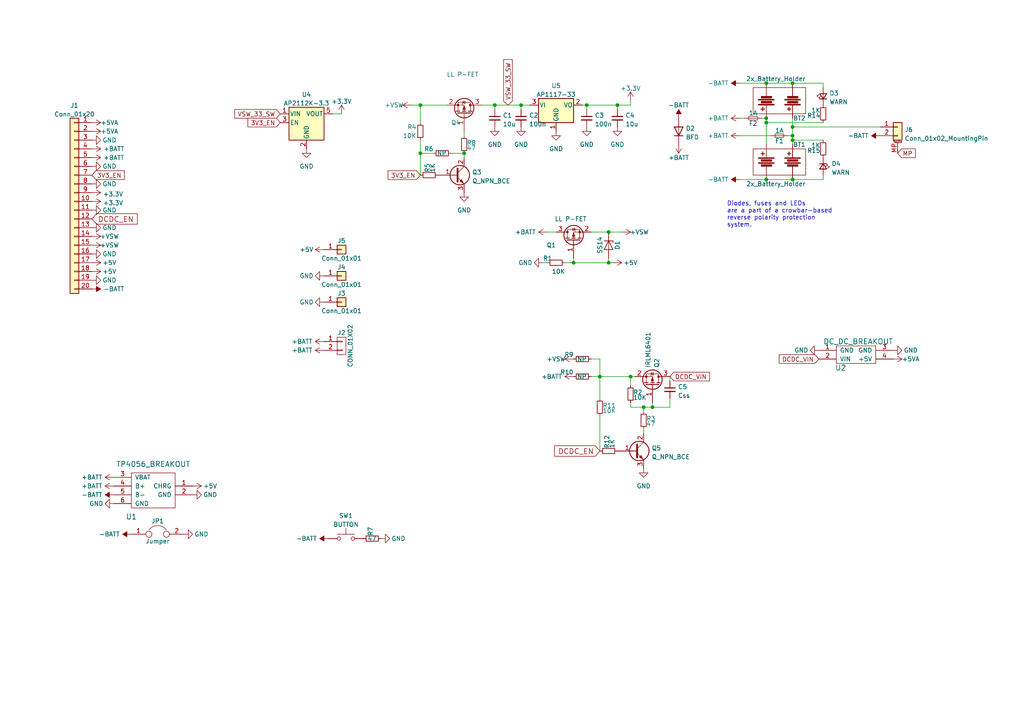
<source format=kicad_sch>
(kicad_sch (version 20211123) (generator eeschema)
  (paper "A4")
  (lib_symbols
    (symbol "18650_pcb-rescue:+5V" (power) (pin_names (offset 0))
      (property "Value" "+5V" (at 0 3.556 0))
      (symbol "+5V_0_1"
        (polyline (pts (xy -0.762 1.27) (xy 0 2.54)))
        (polyline (pts (xy 0 0) (xy 0 2.54)))
        (polyline (pts (xy 0 2.54) (xy 0.762 1.27)))
      )
      (symbol "+5V_1_1"
        (pin power_in line (at 0 0 90) (length 0) hide (name "+5V") (number "1"))
      )
    )
    (symbol "18650_pcb-rescue:+5VA" (power) (pin_names (offset 0))
      (property "Value" "+5VA" (at 0 3.556 0))
      (symbol "+5VA_0_1"
        (polyline (pts (xy -0.762 1.27) (xy 0 2.54)))
        (polyline (pts (xy 0 0) (xy 0 2.54)))
        (polyline (pts (xy 0 2.54) (xy 0.762 1.27)))
      )
      (symbol "+5VA_1_1"
        (pin power_in line (at 0 0 90) (length 0) hide (name "+5VA") (number "1"))
      )
    )
    (symbol "18650_pcb-rescue:+BATT" (power) (pin_names (offset 0))
      (property "Value" "+BATT" (at 0 3.556 0))
      (symbol "+BATT_0_1"
        (polyline (pts (xy -0.762 1.27) (xy 0 2.54)))
        (polyline (pts (xy 0 0) (xy 0 2.54)))
        (polyline (pts (xy 0 2.54) (xy 0.762 1.27)))
      )
      (symbol "+BATT_1_1"
        (pin power_in line (at 0 0 90) (length 0) hide (name "+BATT") (number "1"))
      )
    )
    (symbol "18650_pcb-rescue:+VSW" (power) (pin_names (offset 0))
      (property "Value" "+VSW" (at 0 3.556 0))
      (symbol "+VSW_0_1"
        (polyline (pts (xy -0.762 1.27) (xy 0 2.54)))
        (polyline (pts (xy 0 0) (xy 0 2.54)))
        (polyline (pts (xy 0 2.54) (xy 0.762 1.27)))
      )
      (symbol "+VSW_1_1"
        (pin power_in line (at 0 0 90) (length 0) hide (name "+VSW") (number "1"))
      )
    )
    (symbol "18650_pcb-rescue:-BATT" (power) (pin_names (offset 0))
      (property "Value" "-BATT" (at 0 3.556 0))
      (symbol "-BATT_0_1"
        (polyline (pts (xy 0 0) (xy 0 2.54)))
        (polyline (pts (xy 0.762 1.27) (xy -0.762 1.27) (xy 0 2.54) (xy 0.762 1.27)) (fill (type outline)))
      )
      (symbol "-BATT_1_1"
        (pin power_in line (at 0 0 90) (length 0) hide (name "-BATT") (number "1"))
      )
    )
    (symbol "18650_pcb-rescue:2X_Battery_Holder" (pin_numbers hide) (pin_names (offset 0))
      (property "Reference" "BT" (at -8.89 6.35 0))
      (property "Value" "2X_Battery_Holder" (at -7.62 -7.62 0))
      (symbol "2X_Battery_Holder_0_1"
        (rectangle (start -7.62 3.81) (end 7.62 -3.81))
        (rectangle (start -6.096 -0.1778) (end -1.524 -0.4318) (fill (type outline)))
        (rectangle (start -6.096 1.27) (end -1.524 1.016) (fill (type outline)))
        (rectangle (start -5.3848 -0.762) (end -2.3368 -1.27) (fill (type outline)))
        (rectangle (start -5.3848 0.6858) (end -2.3368 0.1778) (fill (type outline)))
        (polyline (pts (xy -3.302 2.413) (xy -2.286 2.413)) (stroke (width 0.254)))
        (polyline (pts (xy -2.794 2.921) (xy -2.794 1.905)) (stroke (width 0.254)))
        (polyline (pts (xy 4.318 2.413) (xy 5.334 2.413)) (stroke (width 0.254)))
        (polyline (pts (xy 4.826 2.921) (xy 4.826 1.905)) (stroke (width 0.254)))
        (rectangle (start 1.524 -0.1778) (end 6.096 -0.4318) (fill (type outline)))
        (rectangle (start 1.524 1.27) (end 6.096 1.016) (fill (type outline)))
        (rectangle (start 2.2352 -0.762) (end 5.2832 -1.27) (fill (type outline)))
        (rectangle (start 2.2352 0.6858) (end 5.2832 0.1778) (fill (type outline)))
      )
      (symbol "2X_Battery_Holder_1_1"
        (pin passive line (at -3.81 5.08 270) (length 3.81) (name "~") (number "1"))
        (pin passive line (at 3.81 5.08 270) (length 3.81) (name "~") (number "2"))
        (pin passive line (at -3.81 -5.08 90) (length 3.81) (name "~") (number "3"))
        (pin passive line (at 3.81 -5.08 90) (length 3.81) (name "~") (number "4"))
      )
    )
    (symbol "18650_pcb-rescue:CONN_01X02" (pin_names (offset 1.016) hide)
      (property "Reference" "J" (at 0 3.81 0))
      (property "Value" "CONN_01X02" (at 2.54 0 90))
      (symbol "CONN_01X02_0_1"
        (rectangle (start -1.27 -1.143) (end 0.254 -1.397))
        (rectangle (start -1.27 1.397) (end 0.254 1.143))
        (rectangle (start -1.27 2.54) (end 1.27 -2.54))
      )
      (symbol "CONN_01X02_1_1"
        (pin passive line (at -5.08 1.27 0) (length 3.81) (name "P1") (number "1"))
        (pin passive line (at -5.08 -1.27 0) (length 3.81) (name "P2") (number "2"))
      )
    )
    (symbol "18650_pcb-rescue:Conn_01x01" (pin_names (offset 1.016) hide)
      (property "Reference" "J" (at 0 2.54 0))
      (property "Value" "Conn_01x01" (at 0 -2.54 0))
      (symbol "Conn_01x01_1_1"
        (rectangle (start -1.27 0.127) (end 0 -0.127) (stroke (width 0.1524)))
        (rectangle (start -1.27 1.27) (end 1.27 -1.27) (stroke (width 0.254)) (fill (type background)))
        (pin passive line (at -5.08 0 0) (length 3.81) (name "Pin_1") (number "1"))
      )
    )
    (symbol "18650_pcb-rescue:DC_DC_BREAKOUT" (pin_names (offset 1.016))
      (property "Reference" "U" (at -3.81 -3.81 0))
      (property "Value" "DC_DC_BREAKOUT" (at 1.27 3.81 0))
      (symbol "DC_DC_BREAKOUT_0_1"
        (rectangle (start -5.08 2.54) (end 6.35 -2.54))
      )
      (symbol "DC_DC_BREAKOUT_1_1"
        (pin input line (at -10.16 1.27 0) (length 5.08) (name "GND") (number "1"))
        (pin input line (at -10.16 -1.27 0) (length 5.08) (name "VIN") (number "2"))
        (pin input line (at 11.43 1.27 180) (length 5.08) (name "GND") (number "3"))
        (pin input line (at 11.43 -1.27 180) (length 5.08) (name "+5V") (number "4"))
      )
    )
    (symbol "18650_pcb-rescue:D_Zener" (pin_numbers hide) (pin_names (offset 1.016) hide)
      (property "Reference" "D" (at 0 2.54 0))
      (property "Value" "D_Zener" (at 0 -2.54 0))
      (symbol "D_Zener_0_1"
        (polyline (pts (xy 1.27 0) (xy -1.27 0)))
        (polyline (pts (xy -1.27 -1.27) (xy -1.27 1.27) (xy -0.762 1.27)) (stroke (width 0.2032)))
        (polyline (pts (xy 1.27 -1.27) (xy 1.27 1.27) (xy -1.27 0) (xy 1.27 -1.27)) (stroke (width 0.2032)))
      )
      (symbol "D_Zener_1_1"
        (pin passive line (at -3.81 0 0) (length 2.54) (name "K") (number "1"))
        (pin passive line (at 3.81 0 180) (length 2.54) (name "A") (number "2"))
      )
    )
    (symbol "18650_pcb-rescue:Fuse_Small" (pin_numbers hide) (pin_names (offset 0.254) hide)
      (property "Reference" "F" (at 0 -1.524 0))
      (property "Value" "Fuse_Small" (at 0 1.524 0))
      (symbol "Fuse_Small_0_1"
        (rectangle (start -1.27 0.508) (end 1.27 -0.508))
        (polyline (pts (xy -1.27 0) (xy 1.27 0)))
      )
      (symbol "Fuse_Small_1_1"
        (pin passive line (at -2.54 0 0) (length 1.27) (name "~") (number "1"))
        (pin passive line (at 2.54 0 180) (length 1.27) (name "~") (number "2"))
      )
    )
    (symbol "18650_pcb-rescue:GND" (power) (pin_names (offset 0))
      (property "Value" "GND" (at 0 -3.81 0))
      (symbol "GND_0_1"
        (polyline (pts (xy 0 0) (xy 0 -1.27) (xy 1.27 -1.27) (xy 0 -2.54) (xy -1.27 -1.27) (xy 0 -1.27)))
      )
      (symbol "GND_1_1"
        (pin power_in line (at 0 0 270) (length 0) hide (name "GND") (number "1"))
      )
    )
    (symbol "18650_pcb-rescue:Jumper" (pin_names (offset 0.762) hide)
      (property "Reference" "JP" (at 0 3.81 0))
      (property "Value" "Jumper" (at 0 -2.032 0))
      (symbol "Jumper_0_1"
        (circle (center -2.54 0) (radius 0.889))
        (arc (start 2.5146 1.27) (mid 0.0078 2.5097) (end -2.4892 1.27))
        (circle (center 2.54 0) (radius 0.889))
        (pin passive line (at -7.62 0 0) (length 4.191) (name "1") (number "1"))
        (pin passive line (at 7.62 0 180) (length 4.191) (name "2") (number "2"))
      )
    )
    (symbol "18650_pcb-rescue:Q_PMOS_GSD" (pin_names (offset 0) hide)
      (property "Reference" "Q" (at 5.08 1.27 0))
      (property "Value" "Q_PMOS_GSD" (at 5.08 -1.27 0))
      (symbol "Q_PMOS_GSD_0_1"
        (polyline (pts (xy 0.0508 0) (xy 0.254 0)))
        (polyline (pts (xy 0.762 -1.778) (xy 2.54 -1.778)))
        (polyline (pts (xy 0.762 -1.27) (xy 0.762 -2.286)) (stroke (width 0.254)))
        (polyline (pts (xy 0.762 0) (xy 2.54 0)))
        (polyline (pts (xy 0.762 0.508) (xy 0.762 -0.508)) (stroke (width 0.254)))
        (polyline (pts (xy 0.762 1.778) (xy 2.54 1.778)))
        (polyline (pts (xy 0.762 2.286) (xy 0.762 1.27)) (stroke (width 0.254)))
        (polyline (pts (xy 2.54 -1.778) (xy 2.54 -2.54)))
        (polyline (pts (xy 2.54 -1.778) (xy 2.54 0)))
        (polyline (pts (xy 2.54 2.54) (xy 2.54 1.778)))
        (polyline (pts (xy 0.254 1.905) (xy 0.254 -1.905) (xy 0.254 -1.905)) (stroke (width 0.254)))
        (polyline (pts (xy 2.286 0) (xy 1.27 -0.381) (xy 1.27 0.381) (xy 2.286 0)) (fill (type outline)))
        (polyline (pts (xy 2.54 -1.778) (xy 3.302 -1.778) (xy 3.302 1.778) (xy 2.54 1.778)))
        (polyline (pts (xy 2.794 -0.508) (xy 2.921 -0.381) (xy 3.683 -0.381) (xy 3.81 -0.254)))
        (polyline (pts (xy 3.302 -0.381) (xy 2.921 0.254) (xy 3.683 0.254) (xy 3.302 -0.381)))
        (circle (center 1.651 0) (radius 2.8194) (stroke (width 0.254)))
        (circle (center 2.54 -1.778) (radius 0.2794) (fill (type outline)))
        (circle (center 2.54 1.778) (radius 0.2794) (fill (type outline)))
      )
      (symbol "Q_PMOS_GSD_1_1"
        (pin input line (at -5.08 0 0) (length 5.08) (name "G") (number "1"))
        (pin passive line (at 2.54 -5.08 90) (length 2.54) (name "S") (number "2"))
        (pin passive line (at 2.54 5.08 270) (length 2.54) (name "D") (number "3"))
      )
    )
    (symbol "18650_pcb-rescue:R_Small" (pin_numbers hide) (pin_names (offset 0.254) hide)
      (property "Reference" "R" (at 0.762 0.508 0))
      (property "Value" "R_Small" (at 0.762 -1.016 0))
      (symbol "R_Small_0_1"
        (rectangle (start -0.762 1.778) (end 0.762 -1.778) (stroke (width 0.2032)))
      )
      (symbol "R_Small_1_1"
        (pin passive line (at 0 2.54 270) (length 0.762) (name "~") (number "1"))
        (pin passive line (at 0 -2.54 90) (length 0.762) (name "~") (number "2"))
      )
    )
    (symbol "18650_pcb-rescue:TP4056_BREAKOUT" (pin_names (offset 1.016))
      (property "Reference" "U" (at -2.54 -13.97 0))
      (property "Value" "TP4056_BREAKOUT" (at -1.27 16.51 0))
      (symbol "TP4056_BREAKOUT_0_1"
        (rectangle (start 6.35 5.08) (end -6.35 -5.08))
      )
      (symbol "TP4056_BREAKOUT_1_1"
        (pin input line (at 11.43 1.27 180) (length 5.08) (name "CHRG") (number "1"))
        (pin input line (at 11.43 -1.27 180) (length 5.08) (name "GND") (number "2"))
        (pin input line (at -11.43 3.81 0) (length 5.08) (name "VBAT") (number "3"))
        (pin input line (at -11.43 1.27 0) (length 5.08) (name "B+") (number "4"))
        (pin input line (at -11.43 -1.27 0) (length 5.08) (name "B-") (number "5"))
        (pin input line (at -11.43 -3.81 0) (length 5.08) (name "GND") (number "6"))
      )
    )
    (symbol "Connector_Generic:Conn_01x20" (pin_names (offset 1.016) hide)
      (property "Reference" "J" (at 0 25.4 0))
      (property "Value" "Conn_01x20" (at 0 -27.94 0))
      (symbol "Conn_01x20_1_1"
        (rectangle (start -1.27 -25.273) (end 0 -25.527) (stroke (width 0.1524)))
        (rectangle (start -1.27 -22.733) (end 0 -22.987) (stroke (width 0.1524)))
        (rectangle (start -1.27 -20.193) (end 0 -20.447) (stroke (width 0.1524)))
        (rectangle (start -1.27 -17.653) (end 0 -17.907) (stroke (width 0.1524)))
        (rectangle (start -1.27 -15.113) (end 0 -15.367) (stroke (width 0.1524)))
        (rectangle (start -1.27 -12.573) (end 0 -12.827) (stroke (width 0.1524)))
        (rectangle (start -1.27 -10.033) (end 0 -10.287) (stroke (width 0.1524)))
        (rectangle (start -1.27 -7.493) (end 0 -7.747) (stroke (width 0.1524)))
        (rectangle (start -1.27 -4.953) (end 0 -5.207) (stroke (width 0.1524)))
        (rectangle (start -1.27 -2.413) (end 0 -2.667) (stroke (width 0.1524)))
        (rectangle (start -1.27 0.127) (end 0 -0.127) (stroke (width 0.1524)))
        (rectangle (start -1.27 2.667) (end 0 2.413) (stroke (width 0.1524)))
        (rectangle (start -1.27 5.207) (end 0 4.953) (stroke (width 0.1524)))
        (rectangle (start -1.27 7.747) (end 0 7.493) (stroke (width 0.1524)))
        (rectangle (start -1.27 10.287) (end 0 10.033) (stroke (width 0.1524)))
        (rectangle (start -1.27 12.827) (end 0 12.573) (stroke (width 0.1524)))
        (rectangle (start -1.27 15.367) (end 0 15.113) (stroke (width 0.1524)))
        (rectangle (start -1.27 17.907) (end 0 17.653) (stroke (width 0.1524)))
        (rectangle (start -1.27 20.447) (end 0 20.193) (stroke (width 0.1524)))
        (rectangle (start -1.27 22.987) (end 0 22.733) (stroke (width 0.1524)))
        (rectangle (start -1.27 24.13) (end 1.27 -26.67) (stroke (width 0.254)) (fill (type background)))
        (pin passive line (at -5.08 22.86 0) (length 3.81) (name "Pin_1") (number "1"))
        (pin passive line (at -5.08 0 0) (length 3.81) (name "Pin_10") (number "10"))
        (pin passive line (at -5.08 -2.54 0) (length 3.81) (name "Pin_11") (number "11"))
        (pin passive line (at -5.08 -5.08 0) (length 3.81) (name "Pin_12") (number "12"))
        (pin passive line (at -5.08 -7.62 0) (length 3.81) (name "Pin_13") (number "13"))
        (pin passive line (at -5.08 -10.16 0) (length 3.81) (name "Pin_14") (number "14"))
        (pin passive line (at -5.08 -12.7 0) (length 3.81) (name "Pin_15") (number "15"))
        (pin passive line (at -5.08 -15.24 0) (length 3.81) (name "Pin_16") (number "16"))
        (pin passive line (at -5.08 -17.78 0) (length 3.81) (name "Pin_17") (number "17"))
        (pin passive line (at -5.08 -20.32 0) (length 3.81) (name "Pin_18") (number "18"))
        (pin passive line (at -5.08 -22.86 0) (length 3.81) (name "Pin_19") (number "19"))
        (pin passive line (at -5.08 20.32 0) (length 3.81) (name "Pin_2") (number "2"))
        (pin passive line (at -5.08 -25.4 0) (length 3.81) (name "Pin_20") (number "20"))
        (pin passive line (at -5.08 17.78 0) (length 3.81) (name "Pin_3") (number "3"))
        (pin passive line (at -5.08 15.24 0) (length 3.81) (name "Pin_4") (number "4"))
        (pin passive line (at -5.08 12.7 0) (length 3.81) (name "Pin_5") (number "5"))
        (pin passive line (at -5.08 10.16 0) (length 3.81) (name "Pin_6") (number "6"))
        (pin passive line (at -5.08 7.62 0) (length 3.81) (name "Pin_7") (number "7"))
        (pin passive line (at -5.08 5.08 0) (length 3.81) (name "Pin_8") (number "8"))
        (pin passive line (at -5.08 2.54 0) (length 3.81) (name "Pin_9") (number "9"))
      )
    )
    (symbol "Connector_Generic_MountingPin:Conn_01x02_MountingPin" (pin_names (offset 1.016) hide)
      (property "Reference" "J" (at 0 2.54 0))
      (property "Value" "Conn_01x02_MountingPin" (at 1.27 -5.08 0))
      (symbol "Conn_01x02_MountingPin_1_1"
        (rectangle (start -1.27 -2.413) (end 0 -2.667) (stroke (width 0.1524)))
        (rectangle (start -1.27 0.127) (end 0 -0.127) (stroke (width 0.1524)))
        (rectangle (start -1.27 1.27) (end 1.27 -3.81) (stroke (width 0.254)) (fill (type background)))
        (polyline (pts (xy -1.016 -4.572) (xy 1.016 -4.572)) (stroke (width 0.1524)))
        (text "Mounting" (at 0 -4.191 0) (effects (font (size 0.381 0.381))))
        (pin passive line (at -5.08 0 0) (length 3.81) (name "Pin_1") (number "1"))
        (pin passive line (at -5.08 -2.54 0) (length 3.81) (name "Pin_2") (number "2"))
        (pin passive line (at 0 -7.62 90) (length 3.048) (name "MountPin") (number "MP"))
      )
    )
    (symbol "Device:C_Small" (pin_numbers hide) (pin_names (offset 0.254) hide)
      (property "Reference" "C" (at 0.254 1.778 0))
      (property "Value" "C_Small" (at 0.254 -2.032 0))
      (symbol "C_Small_0_1"
        (polyline (pts (xy -1.524 -0.508) (xy 1.524 -0.508)) (stroke (width 0.3302)))
        (polyline (pts (xy -1.524 0.508) (xy 1.524 0.508)) (stroke (width 0.3048)))
      )
      (symbol "C_Small_1_1"
        (pin passive line (at 0 2.54 270) (length 2.032) (name "~") (number "1"))
        (pin passive line (at 0 -2.54 90) (length 2.032) (name "~") (number "2"))
      )
    )
    (symbol "Device:D" (pin_numbers hide) (pin_names (offset 1.016) hide)
      (property "Reference" "D" (at 0 2.54 0))
      (property "Value" "D" (at 0 -2.54 0))
      (symbol "D_0_1"
        (polyline (pts (xy -1.27 1.27) (xy -1.27 -1.27)) (stroke (width 0.254)))
        (polyline (pts (xy 1.27 0) (xy -1.27 0)))
        (polyline (pts (xy 1.27 1.27) (xy 1.27 -1.27) (xy -1.27 0) (xy 1.27 1.27)) (stroke (width 0.254)))
      )
      (symbol "D_1_1"
        (pin passive line (at -3.81 0 0) (length 2.54) (name "K") (number "1"))
        (pin passive line (at 3.81 0 180) (length 2.54) (name "A") (number "2"))
      )
    )
    (symbol "Device:LED_Small" (pin_numbers hide) (pin_names (offset 0.254) hide)
      (property "Reference" "D" (at -1.27 3.175 0))
      (property "Value" "LED_Small" (at -4.445 -2.54 0))
      (symbol "LED_Small_0_1"
        (polyline (pts (xy -0.762 -1.016) (xy -0.762 1.016)) (stroke (width 0.254)))
        (polyline (pts (xy 1.016 0) (xy -0.762 0)))
        (polyline (pts (xy 0.762 -1.016) (xy -0.762 0) (xy 0.762 1.016) (xy 0.762 -1.016)) (stroke (width 0.254)))
        (polyline (pts (xy 0 0.762) (xy -0.508 1.27) (xy -0.254 1.27) (xy -0.508 1.27) (xy -0.508 1.016)))
        (polyline (pts (xy 0.508 1.27) (xy 0 1.778) (xy 0.254 1.778) (xy 0 1.778) (xy 0 1.524)))
      )
      (symbol "LED_Small_1_1"
        (pin passive line (at -2.54 0 0) (length 1.778) (name "K") (number "1"))
        (pin passive line (at 2.54 0 180) (length 1.778) (name "A") (number "2"))
      )
    )
    (symbol "Device:Q_NPN_BCE" (pin_names (offset 0) hide)
      (property "Reference" "Q" (at 5.08 1.27 0))
      (property "Value" "Q_NPN_BCE" (at 5.08 -1.27 0))
      (symbol "Q_NPN_BCE_0_1"
        (polyline (pts (xy 0.635 0.635) (xy 2.54 2.54)))
        (polyline (pts (xy 0.635 -0.635) (xy 2.54 -2.54) (xy 2.54 -2.54)))
        (polyline (pts (xy 0.635 1.905) (xy 0.635 -1.905) (xy 0.635 -1.905)) (stroke (width 0.508)))
        (polyline (pts (xy 1.27 -1.778) (xy 1.778 -1.27) (xy 2.286 -2.286) (xy 1.27 -1.778) (xy 1.27 -1.778)) (fill (type outline)))
        (circle (center 1.27 0) (radius 2.8194) (stroke (width 0.254)))
      )
      (symbol "Q_NPN_BCE_1_1"
        (pin input line (at -5.08 0 0) (length 5.715) (name "B") (number "1"))
        (pin passive line (at 2.54 5.08 270) (length 2.54) (name "C") (number "2"))
        (pin passive line (at 2.54 -5.08 90) (length 2.54) (name "E") (number "3"))
      )
    )
    (symbol "Regulator_Linear:AP1117-33" (pin_names (offset 0.254))
      (property "Reference" "U" (at -3.81 3.175 0))
      (property "Value" "AP1117-33" (at 0 3.175 0))
      (symbol "AP1117-33_0_1"
        (rectangle (start -5.08 -5.08) (end 5.08 1.905) (stroke (width 0.254)) (fill (type background)))
      )
      (symbol "AP1117-33_1_1"
        (pin power_in line (at 0 -7.62 90) (length 2.54) (name "GND") (number "1"))
        (pin power_out line (at 7.62 0 180) (length 2.54) (name "VO") (number "2"))
        (pin power_in line (at -7.62 0 0) (length 2.54) (name "VI") (number "3"))
      )
    )
    (symbol "Regulator_Linear:AP2112K-3.3" (pin_names (offset 0.254))
      (property "Reference" "U" (at -5.08 5.715 0))
      (property "Value" "AP2112K-3.3" (at 0 5.715 0))
      (symbol "AP2112K-3.3_0_1"
        (rectangle (start -5.08 4.445) (end 5.08 -5.08) (stroke (width 0.254)) (fill (type background)))
      )
      (symbol "AP2112K-3.3_1_1"
        (pin power_in line (at -7.62 2.54 0) (length 2.54) (name "VIN") (number "1"))
        (pin power_in line (at 0 -7.62 90) (length 2.54) (name "GND") (number "2"))
        (pin input line (at -7.62 0 0) (length 2.54) (name "EN") (number "3"))
        (pin no_connect line (at 5.08 0 180) (length 2.54) hide (name "NC") (number "4"))
        (pin power_out line (at 7.62 2.54 180) (length 2.54) (name "VOUT") (number "5"))
      )
    )
    (symbol "Switch:SW_Push" (pin_numbers hide) (pin_names (offset 1.016) hide)
      (property "Reference" "SW" (at 1.27 2.54 0))
      (property "Value" "SW_Push" (at 0 -1.524 0))
      (symbol "SW_Push_0_1"
        (circle (center -2.032 0) (radius 0.508))
        (polyline (pts (xy 0 1.27) (xy 0 3.048)))
        (polyline (pts (xy 2.54 1.27) (xy -2.54 1.27)))
        (circle (center 2.032 0) (radius 0.508))
        (pin passive line (at -5.08 0 0) (length 2.54) (name "1") (number "1"))
        (pin passive line (at 5.08 0 180) (length 2.54) (name "2") (number "2"))
      )
    )
    (symbol "power:+3.3V" (power) (pin_names (offset 0))
      (property "Value" "+3.3V" (at 0 3.556 0))
      (symbol "+3.3V_0_1"
        (polyline (pts (xy -0.762 1.27) (xy 0 2.54)))
        (polyline (pts (xy 0 0) (xy 0 2.54)))
        (polyline (pts (xy 0 2.54) (xy 0.762 1.27)))
      )
      (symbol "+3.3V_1_1"
        (pin power_in line (at 0 0 90) (length 0) hide (name "+3.3V") (number "1"))
      )
    )
  )
  (junction (at 229.87 40.64))
  (junction (at 179.07 30.48))
  (junction (at 170.18 30.48))
  (junction (at 229.87 24.13))
  (junction (at 186.69 118.11))
  (junction (at 176.53 67.31))
  (junction (at 222.25 52.07))
  (junction (at 121.92 44.45))
  (junction (at 222.25 24.13))
  (junction (at 151.13 30.48))
  (junction (at 173.99 109.22))
  (junction (at 229.87 39.37))
  (junction (at 189.23 118.11))
  (junction (at 222.25 35.56))
  (junction (at 134.62 44.45))
  (junction (at 143.51 30.48))
  (junction (at 176.53 76.2))
  (junction (at 182.88 109.22))
  (junction (at 166.37 76.2))
  (junction (at 222.25 34.29))
  (junction (at 229.87 36.83))
  (junction (at 121.92 30.48))
  (junction (at 229.87 52.07))
  (wire (pts (xy 134.62 39.37) (xy 134.62 38.1)))
  (wire (pts (xy 143.51 30.48) (xy 143.51 31.75)))
  (wire (pts (xy 182.88 118.11) (xy 186.69 118.11)))
  (wire (pts (xy 166.37 76.2) (xy 176.53 76.2)))
  (wire (pts (xy 163.83 76.2) (xy 166.37 76.2)))
  (wire (pts (xy 229.87 40.64) (xy 229.87 41.91)))
  (wire (pts (xy 194.31 109.22) (xy 194.31 110.49)))
  (wire (pts (xy 222.25 52.07) (xy 229.87 52.07)))
  (wire (pts (xy 153.67 30.48) (xy 151.13 30.48)))
  (wire (pts (xy 189.23 118.11) (xy 189.23 116.84)))
  (wire (pts (xy 238.76 52.07) (xy 238.76 50.8)))
  (wire (pts (xy 229.87 52.07) (xy 238.76 52.07)))
  (wire (pts (xy 186.69 125.73) (xy 186.69 124.46)))
  (wire (pts (xy 170.18 30.48) (xy 170.18 31.75)))
  (wire (pts (xy 229.87 39.37) (xy 229.87 40.64)))
  (wire (pts (xy 229.87 24.13) (xy 222.25 24.13)))
  (wire (pts (xy 214.63 39.37) (xy 223.52 39.37)))
  (wire (pts (xy 176.53 67.31) (xy 180.34 67.31)))
  (wire (pts (xy 158.75 67.31) (xy 161.29 67.31)))
  (wire (pts (xy 194.31 118.11) (xy 194.31 115.57)))
  (wire (pts (xy 228.6 39.37) (xy 229.87 39.37)))
  (wire (pts (xy 229.87 24.13) (xy 238.76 24.13)))
  (wire (pts (xy 139.7 30.48) (xy 143.51 30.48)))
  (wire (pts (xy 186.69 119.38) (xy 186.69 118.11)))
  (wire (pts (xy 176.53 76.2) (xy 176.53 74.93)))
  (wire (pts (xy 182.88 109.22) (xy 182.88 111.76)))
  (wire (pts (xy 176.53 76.2) (xy 177.8 76.2)))
  (wire (pts (xy 214.63 24.13) (xy 222.25 24.13)))
  (wire (pts (xy 222.25 35.56) (xy 238.76 35.56)))
  (wire (pts (xy 189.23 118.11) (xy 194.31 118.11)))
  (wire (pts (xy 166.37 74.93) (xy 166.37 76.2)))
  (wire (pts (xy 229.87 36.83) (xy 255.27 36.83)))
  (wire (pts (xy 121.92 44.45) (xy 121.92 50.8)))
  (wire (pts (xy 171.45 67.31) (xy 176.53 67.31)))
  (wire (pts (xy 229.87 40.64) (xy 238.76 40.64)))
  (wire (pts (xy 171.45 104.14) (xy 173.99 104.14)))
  (wire (pts (xy 229.87 34.29) (xy 229.87 36.83)))
  (wire (pts (xy 168.91 30.48) (xy 170.18 30.48)))
  (wire (pts (xy 151.13 30.48) (xy 151.13 31.75)))
  (wire (pts (xy 157.48 76.2) (xy 158.75 76.2)))
  (wire (pts (xy 179.07 30.48) (xy 182.88 30.48)))
  (wire (pts (xy 170.18 30.48) (xy 179.07 30.48)))
  (wire (pts (xy 121.92 30.48) (xy 121.92 35.56)))
  (wire (pts (xy 214.63 34.29) (xy 215.9 34.29)))
  (wire (pts (xy 130.81 44.45) (xy 134.62 44.45)))
  (wire (pts (xy 173.99 120.65) (xy 173.99 130.81)))
  (wire (pts (xy 214.63 52.07) (xy 222.25 52.07)))
  (wire (pts (xy 186.69 118.11) (xy 189.23 118.11)))
  (wire (pts (xy 119.38 30.48) (xy 121.92 30.48)))
  (wire (pts (xy 238.76 24.13) (xy 238.76 25.4)))
  (wire (pts (xy 125.73 44.45) (xy 121.92 44.45)))
  (wire (pts (xy 222.25 35.56) (xy 222.25 41.91)))
  (wire (pts (xy 121.92 30.48) (xy 129.54 30.48)))
  (wire (pts (xy 173.99 109.22) (xy 182.88 109.22)))
  (wire (pts (xy 171.45 109.22) (xy 173.99 109.22)))
  (wire (pts (xy 182.88 116.84) (xy 182.88 118.11)))
  (wire (pts (xy 229.87 36.83) (xy 229.87 39.37)))
  (wire (pts (xy 220.98 34.29) (xy 222.25 34.29)))
  (wire (pts (xy 151.13 30.48) (xy 143.51 30.48)))
  (wire (pts (xy 134.62 45.72) (xy 134.62 44.45)))
  (wire (pts (xy 121.92 40.64) (xy 121.92 44.45)))
  (wire (pts (xy 96.52 33.02) (xy 99.06 33.02)))
  (wire (pts (xy 182.88 30.48) (xy 182.88 29.21)))
  (wire (pts (xy 173.99 104.14) (xy 173.99 109.22)))
  (wire (pts (xy 173.99 109.22) (xy 173.99 115.57)))
  (wire (pts (xy 222.25 34.29) (xy 222.25 35.56)))
  (wire (pts (xy 184.15 109.22) (xy 182.88 109.22)))
  (wire (pts (xy 179.07 30.48) (xy 179.07 31.75)))
  (text "Diodes, fuses and LEDs\nare a part of a crowbar-based\nreverse polarity protection\nsystem." (at 210.82 66.04 0) (effects (font (size 1.27 1.27)) (justify left bottom)))
  (global_label "3V3_EN" (shape input) (at 81.28 35.56 180) (property "Intersheet References" "${INTERSHEET_REFS}" (effects hide)))
  (global_label "DCDC_VIN" (shape input) (at 237.49 104.14 180) (property "Intersheet References" "${INTERSHEET_REFS}" (effects hide)))
  (global_label "VSW_33_SW" (shape input) (at 81.28 33.02 180) (property "Intersheet References" "${INTERSHEET_REFS}" (effects hide)))
  (global_label "MP" (shape input) (at 260.35 44.45 0) (property "Intersheet References" "${INTERSHEET_REFS}" (effects hide)))
  (global_label "3V3_EN" (shape input) (at 26.67 50.8 0) (property "Intersheet References" "${INTERSHEET_REFS}" (effects hide)))
  (global_label "DCDC_EN" (shape input) (at 26.67 63.5 0) (effects (font (size 1.524 1.524))) (property "Intersheet References" "${INTERSHEET_REFS}" (effects hide)))
  (global_label "DCDC_VIN" (shape input) (at 194.31 109.22 0) (property "Intersheet References" "${INTERSHEET_REFS}" (effects hide)))
  (global_label "3V3_EN" (shape input) (at 121.92 50.8 180) (property "Intersheet References" "${INTERSHEET_REFS}" (effects hide)))
  (global_label "VSW_33_SW" (shape input) (at 147.32 30.48 90) (property "Intersheet References" "${INTERSHEET_REFS}" (effects hide)))
  (global_label "DCDC_EN" (shape input) (at 173.99 130.81 180) (effects (font (size 1.524 1.524))) (property "Intersheet References" "${INTERSHEET_REFS}" (effects hide)))
  (symbol (lib_id "18650_pcb-rescue:2X_Battery_Holder") (at 226.06 46.99 0) (mirror y) (unit 1)
    (property "Reference" "BT1" (at 233.68 41.91 0) (effects (justify left)))
    (property "Value" "2x_Battery_Holder" (at 233.68 53.34 0) (effects (justify left)))
    (property "Footprint" "footprints:KEYSTONE_1048" (effects hide))
  )
  (symbol (lib_id "18650_pcb-rescue:2X_Battery_Holder") (at 226.06 29.21 180) (unit 1)
    (property "Reference" "BT2" (at 233.68 34.29 0) (effects (justify left)))
    (property "Value" "2x_Battery_Holder" (at 233.68 22.86 0) (effects (justify left)))
    (property "Footprint" "footprints:BLM_18650_PC4" (effects hide))
  )
  (symbol (lib_id "18650_pcb-rescue:Fuse_Small") (at 226.06 39.37 0) (unit 1)
    (property "Reference" "F1" (at 226.06 40.894 0))
    (property "Value" "1A" (at 226.06 37.846 0))
    (property "Footprint" "Fuse:Fuse_2010_5025Metric_Pad1.52x2.65mm_HandSolder" (effects hide))
  )
  (symbol (lib_id "18650_pcb-rescue:DC_DC_BREAKOUT") (at 247.65 102.87 0) (unit 1)
    (property "Reference" "U2" (at 243.84 106.68 0) (effects (font (size 1.524 1.524))))
    (property "Value" "DC_DC_BREAKOUT" (at 248.92 99.06 0) (effects (font (size 1.524 1.524))))
    (property "Footprint" "footprints:DC-DC-BREAKOUT" (effects hide))
  )
  (symbol (lib_id "18650_pcb-rescue:Q_PMOS_GSD") (at 166.37 69.85 90) (unit 1)
    (property "Reference" "Q1" (at 161.29 71.12 90) (effects (justify left)))
    (property "Value" "LL P-FET" (at 170.18 63.5 90) (effects (justify left)))
    (property "Footprint" "Package_TO_SOT_SMD:SOT-23" (effects hide))
  )
  (symbol (lib_id "18650_pcb-rescue:D_Zener") (at 176.53 71.12 270) (unit 1)
    (property "Reference" "D1" (at 179.07 71.12 0))
    (property "Value" "SS14" (at 173.99 71.12 0))
    (property "Footprint" "Diode_SMD:D_SMA_Handsoldering" (effects hide))
  )
  (symbol (lib_id "18650_pcb-rescue:TP4056_BREAKOUT") (at 44.45 142.24 0) (unit 1)
    (property "Reference" "U1" (at 38.1 149.86 0) (effects (font (size 1.524 1.524))))
    (property "Value" "TP4056_BREAKOUT" (at 44.45 134.62 0) (effects (font (size 1.524 1.524))))
    (property "Footprint" "footprints:TP4056_BREAKOUT" (effects hide))
  )
  (symbol (lib_id "18650_pcb-rescue:+BATT") (at 33.02 138.43 90) (unit 1)
    (property "Reference" "#PWR01" (effects hide))
    (property "Value" "+BATT" (at 26.67 138.43 90))
  )
  (symbol (lib_id "18650_pcb-rescue:+BATT") (at 33.02 140.97 90) (unit 1)
    (property "Reference" "#PWR02" (effects hide))
    (property "Value" "+BATT" (at 26.67 140.97 90))
  )
  (symbol (lib_id "18650_pcb-rescue:+BATT") (at 158.75 67.31 90) (unit 1)
    (property "Reference" "#PWR03" (effects hide))
    (property "Value" "+BATT" (at 152.4 67.31 90))
  )
  (symbol (lib_id "18650_pcb-rescue:R_Small") (at 161.29 76.2 270) (unit 1)
    (property "Reference" "R1" (at 157.48 74.93 90) (effects (justify left)))
    (property "Value" "10K" (at 160.02 78.74 90) (effects (justify left)))
    (property "Footprint" "Resistor_SMD:R_0805_2012Metric" (effects hide))
  )
  (symbol (lib_id "18650_pcb-rescue:+5V") (at 177.8 76.2 270) (unit 1)
    (property "Reference" "#PWR04" (effects hide))
    (property "Value" "+5V" (at 182.88 76.2 90))
  )
  (symbol (lib_id "18650_pcb-rescue:+5V") (at 55.88 140.97 270) (unit 1)
    (property "Reference" "#PWR05" (effects hide))
    (property "Value" "+5V" (at 60.96 140.97 90))
  )
  (symbol (lib_id "18650_pcb-rescue:GND") (at 55.88 143.51 90) (unit 1)
    (property "Reference" "#PWR06" (effects hide))
    (property "Value" "GND" (at 60.96 143.51 90))
  )
  (symbol (lib_id "18650_pcb-rescue:GND") (at 33.02 146.05 270) (unit 1)
    (property "Reference" "#PWR07" (effects hide))
    (property "Value" "GND" (at 27.94 146.05 90))
  )
  (symbol (lib_id "18650_pcb-rescue:-BATT") (at 33.02 143.51 90) (unit 1)
    (property "Reference" "#PWR08" (effects hide))
    (property "Value" "-BATT" (at 26.67 143.51 90))
  )
  (symbol (lib_id "18650_pcb-rescue:-BATT") (at 214.63 52.07 90) (unit 1)
    (property "Reference" "#PWR09" (effects hide))
    (property "Value" "-BATT" (at 208.28 52.07 90))
  )
  (symbol (lib_id "18650_pcb-rescue:+BATT") (at 214.63 39.37 90) (unit 1)
    (property "Reference" "#PWR010" (effects hide))
    (property "Value" "+BATT" (at 208.28 39.37 90))
  )
  (symbol (lib_id "18650_pcb-rescue:Jumper") (at 45.72 154.94 0) (unit 1)
    (property "Reference" "JP1" (at 45.72 151.13 0))
    (property "Value" "Jumper" (at 45.72 156.972 0))
    (property "Footprint" "Connect:GS2" (effects hide))
  )
  (symbol (lib_id "18650_pcb-rescue:-BATT") (at 38.1 154.94 90) (unit 1)
    (property "Reference" "#PWR011" (effects hide))
    (property "Value" "-BATT" (at 31.75 154.94 90))
  )
  (symbol (lib_id "18650_pcb-rescue:GND") (at 53.34 154.94 90) (unit 1)
    (property "Reference" "#PWR012" (effects hide))
    (property "Value" "GND" (at 58.42 154.94 90))
  )
  (symbol (lib_id "18650_pcb-rescue:GND") (at 237.49 101.6 270) (unit 1)
    (property "Reference" "#PWR014" (effects hide))
    (property "Value" "GND" (at 232.41 101.6 90))
  )
  (symbol (lib_id "18650_pcb-rescue:GND") (at 259.08 101.6 90) (unit 1)
    (property "Reference" "#PWR015" (effects hide))
    (property "Value" "GND" (at 264.16 101.6 90))
  )
  (symbol (lib_id "18650_pcb-rescue:+5VA") (at 259.08 104.14 270) (unit 1)
    (property "Reference" "#PWR017" (effects hide))
    (property "Value" "+5VA" (at 264.16 104.14 90))
  )
  (symbol (lib_id "18650_pcb-rescue:+VSW") (at 180.34 67.31 270) (unit 1)
    (property "Reference" "#PWR019" (effects hide))
    (property "Value" "+VSW" (at 185.42 67.31 90))
  )
  (symbol (lib_id "18650_pcb-rescue:+BATT") (at 166.37 109.22 90) (unit 1)
    (property "Reference" "#PWR020" (effects hide))
    (property "Value" "+BATT" (at 160.02 109.22 90))
  )
  (symbol (lib_id "18650_pcb-rescue:Q_PMOS_GSD") (at 189.23 111.76 270) (mirror x) (unit 1)
    (property "Reference" "Q2" (at 190.5 106.68 0) (effects (justify left)))
    (property "Value" "IRLML6401" (at 187.96 106.68 0) (effects (justify left)))
    (property "Footprint" "Package_TO_SOT_SMD:SOT-23" (effects hide))
  )
  (symbol (lib_id "18650_pcb-rescue:R_Small") (at 182.88 114.3 0) (unit 1)
    (property "Reference" "R2" (at 183.642 113.792 0) (effects (justify left)))
    (property "Value" "10K" (at 183.642 115.316 0) (effects (justify left)))
    (property "Footprint" "Resistor_SMD:R_0805_2012Metric" (effects hide))
  )
  (symbol (lib_id "18650_pcb-rescue:R_Small") (at 186.69 121.92 0) (unit 1)
    (property "Reference" "R3" (at 187.452 121.412 0) (effects (justify left)))
    (property "Value" "47" (at 187.452 122.936 0) (effects (justify left)))
    (property "Footprint" "Resistor_SMD:R_0805_2012Metric" (effects hide))
  )
  (symbol (lib_id "18650_pcb-rescue:GND") (at 157.48 76.2 270) (unit 1)
    (property "Reference" "#PWR021" (effects hide))
    (property "Value" "GND" (at 152.4 76.2 90))
  )
  (symbol (lib_id "18650_pcb-rescue:CONN_01X02") (at 99.06 100.33 0) (unit 1)
    (property "Reference" "J2" (at 99.06 96.52 0))
    (property "Value" "CONN_01X02" (at 101.6 100.33 90))
    (property "Footprint" "Connector_PinHeader_2.54mm:PinHeader_1x02_P2.54mm_Vertical" (effects hide))
  )
  (symbol (lib_id "18650_pcb-rescue:+BATT") (at 93.98 99.06 90) (unit 1)
    (property "Reference" "#PWR037" (effects hide))
    (property "Value" "+BATT" (at 87.63 99.06 90))
  )
  (symbol (lib_id "18650_pcb-rescue:+BATT") (at 93.98 101.6 90) (unit 1)
    (property "Reference" "#PWR038" (effects hide))
    (property "Value" "+BATT" (at 87.63 101.6 90))
  )
  (symbol (lib_id "18650_pcb-rescue:Conn_01x01") (at 99.06 87.63 0) (unit 1)
    (property "Reference" "J3" (at 99.06 85.09 0))
    (property "Value" "Conn_01x01" (at 99.06 90.17 0))
    (property "Footprint" "Connector_PinHeader_2.54mm:PinHeader_1x01_P2.54mm_Vertical" (effects hide))
  )
  (symbol (lib_id "18650_pcb-rescue:GND") (at 93.98 87.63 270) (unit 1)
    (property "Reference" "#PWR039" (effects hide))
    (property "Value" "GND" (at 88.9 87.63 90))
  )
  (symbol (lib_id "18650_pcb-rescue:GND") (at 179.07 36.83 0) (unit 1)
    (property "Reference" "#PWR0114" (effects hide))
    (property "Value" "GND" (at 179.07 41.91 0))
  )
  (symbol (lib_id "18650_pcb-rescue:Q_PMOS_GSD") (at 134.62 33.02 270) (mirror x) (unit 1)
    (property "Reference" "Q4" (at 130.81 35.56 90) (effects (justify left)))
    (property "Value" "LL P-FET" (at 129.54 21.59 90) (effects (justify left)))
    (property "Footprint" "Package_TO_SOT_SMD:SOT-23" (effects hide))
  )
  (symbol (lib_id "18650_pcb-rescue:GND") (at 26.67 81.28 90) (unit 1)
    (property "Reference" "#PWR0118" (effects hide))
    (property "Value" "GND" (at 31.75 81.28 90))
  )
  (symbol (lib_id "18650_pcb-rescue:GND") (at 26.67 73.66 90) (unit 1)
    (property "Reference" "#PWR0117" (effects hide))
    (property "Value" "GND" (at 31.75 73.66 90))
  )
  (symbol (lib_id "Device:C_Small") (at 179.07 34.29 0) (unit 1)
    (property "Reference" "C4" (at 181.3941 33.4616 0) (effects (justify left)))
    (property "Value" "10u" (at 181.3941 35.9985 0) (effects (justify left)))
    (property "Footprint" "Capacitor_SMD:C_0805_2012Metric" (effects hide))
  )
  (symbol (lib_id "Device:C_Small") (at 143.51 34.29 0) (unit 1)
    (property "Reference" "C1" (at 145.8341 33.4616 0) (effects (justify left)))
    (property "Value" "10u" (at 145.8341 35.9985 0) (effects (justify left)))
    (property "Footprint" "Capacitor_SMD:C_0805_2012Metric" (effects hide))
  )
  (symbol (lib_id "18650_pcb-rescue:GND") (at 26.67 40.64 90) (unit 1)
    (property "Reference" "#PWR0127" (effects hide))
    (property "Value" "GND" (at 31.75 40.64 90))
  )
  (symbol (lib_id "18650_pcb-rescue:R_Small") (at 168.91 104.14 90) (unit 1)
    (property "Reference" "R9" (at 166.37 102.87 90) (effects (justify left)))
    (property "Value" "NP" (at 170.18 104.14 90) (effects (justify left)))
    (property "Footprint" "Resistor_SMD:R_0805_2012Metric" (effects hide))
  )
  (symbol (lib_id "18650_pcb-rescue:+5VA") (at 26.67 38.1 270) (unit 1)
    (property "Reference" "#PWR0131" (effects hide))
    (property "Value" "+5VA" (at 31.75 38.1 90))
  )
  (symbol (lib_id "power:+3.3V") (at 26.67 55.88 270) (unit 1)
    (property "Reference" "#PWR0134" (effects hide))
    (property "Value" "+3.3V" (at 29.845 56.3138 90) (effects (justify left)))
  )
  (symbol (lib_id "18650_pcb-rescue:R_Small") (at 168.91 109.22 90) (unit 1)
    (property "Reference" "R10" (at 166.37 107.95 90) (effects (justify left)))
    (property "Value" "NP" (at 170.18 109.22 90) (effects (justify left)))
    (property "Footprint" "Resistor_SMD:R_0805_2012Metric" (effects hide))
  )
  (symbol (lib_id "18650_pcb-rescue:GND") (at 134.62 55.88 0) (unit 1)
    (property "Reference" "#PWR0103" (effects hide))
    (property "Value" "GND" (at 134.62 60.96 0))
  )
  (symbol (lib_id "18650_pcb-rescue:-BATT") (at 196.85 34.29 0) (unit 1)
    (property "Reference" "#PWR0136" (effects hide))
    (property "Value" "-BATT" (at 196.85 30.48 0))
  )
  (symbol (lib_id "18650_pcb-rescue:R_Small") (at 107.95 156.21 90) (unit 1)
    (property "Reference" "R7" (at 107.442 155.448 0) (effects (justify left)))
    (property "Value" "47" (at 109.22 156.21 90) (effects (justify left)))
    (property "Footprint" "Resistor_SMD:R_0805_2012Metric" (effects hide))
  )
  (symbol (lib_id "18650_pcb-rescue:GND") (at 186.69 135.89 0) (unit 1)
    (property "Reference" "#PWR0101" (effects hide))
    (property "Value" "GND" (at 186.69 140.97 0))
  )
  (symbol (lib_id "18650_pcb-rescue:+VSW") (at 26.67 71.12 270) (unit 1)
    (property "Reference" "#PWR0121" (effects hide))
    (property "Value" "+VSW" (at 31.75 71.12 90))
  )
  (symbol (lib_id "18650_pcb-rescue:GND") (at 161.29 38.1 0) (unit 1)
    (property "Reference" "#PWR0112" (effects hide))
    (property "Value" "GND" (at 161.29 43.18 0))
  )
  (symbol (lib_id "18650_pcb-rescue:R_Small") (at 173.99 118.11 0) (unit 1)
    (property "Reference" "R11" (at 174.752 117.602 0) (effects (justify left)))
    (property "Value" "10K" (at 174.752 119.126 0) (effects (justify left)))
    (property "Footprint" "Resistor_SMD:R_0805_2012Metric" (effects hide))
  )
  (symbol (lib_id "18650_pcb-rescue:Conn_01x01") (at 99.06 72.39 0) (unit 1)
    (property "Reference" "J5" (at 99.06 69.85 0))
    (property "Value" "Conn_01x01" (at 99.06 74.93 0))
    (property "Footprint" "Connector_PinHeader_2.54mm:PinHeader_1x01_P2.54mm_Vertical" (effects hide))
  )
  (symbol (lib_id "18650_pcb-rescue:GND") (at 26.67 48.26 90) (unit 1)
    (property "Reference" "#PWR0133" (effects hide))
    (property "Value" "GND" (at 31.75 48.26 90))
  )
  (symbol (lib_id "Device:C_Small") (at 194.31 113.03 0) (unit 1)
    (property "Reference" "C5" (at 196.6341 112.2016 0) (effects (justify left)))
    (property "Value" "Css" (at 196.6341 114.7385 0) (effects (justify left)))
    (property "Footprint" "Capacitor_SMD:C_0805_2012Metric" (effects hide))
  )
  (symbol (lib_id "Device:LED_Small") (at 238.76 27.94 90) (unit 1)
    (property "Reference" "D3" (at 240.538 27.0418 90) (effects (justify right)))
    (property "Value" "WARN" (at 240.538 29.5787 90) (effects (justify right)))
    (property "Footprint" "LED_SMD:LED_0805_2012Metric" (effects hide))
  )
  (symbol (lib_id "power:+3.3V") (at 99.06 33.02 0) (unit 1)
    (property "Reference" "#PWR0105" (effects hide))
    (property "Value" "+3.3V" (at 99.06 29.4442 0))
  )
  (symbol (lib_id "18650_pcb-rescue:-BATT") (at 214.63 24.13 90) (unit 1)
    (property "Reference" "#PWR0111" (effects hide))
    (property "Value" "-BATT" (at 208.28 24.13 90))
  )
  (symbol (lib_id "18650_pcb-rescue:+BATT") (at 214.63 34.29 90) (unit 1)
    (property "Reference" "#PWR0109" (effects hide))
    (property "Value" "+BATT" (at 208.28 34.29 90))
  )
  (symbol (lib_id "18650_pcb-rescue:R_Small") (at 134.62 41.91 0) (unit 1)
    (property "Reference" "R8" (at 135.382 41.402 0) (effects (justify left)))
    (property "Value" "47" (at 135.382 42.926 0) (effects (justify left)))
    (property "Footprint" "Resistor_SMD:R_0805_2012Metric" (effects hide))
  )
  (symbol (lib_id "Device:C_Small") (at 170.18 34.29 0) (unit 1)
    (property "Reference" "C3" (at 172.5041 33.4616 0) (effects (justify left)))
    (property "Value" "100n" (at 172.5041 35.9985 0) (effects (justify left)))
    (property "Footprint" "Capacitor_SMD:C_0805_2012Metric" (effects hide))
  )
  (symbol (lib_id "18650_pcb-rescue:R_Small") (at 128.27 44.45 90) (unit 1)
    (property "Reference" "R6" (at 125.73 43.18 90) (effects (justify left)))
    (property "Value" "NP" (at 129.54 44.45 90) (effects (justify left)))
    (property "Footprint" "Resistor_SMD:R_0805_2012Metric" (effects hide))
  )
  (symbol (lib_id "Device:D") (at 196.85 38.1 90) (unit 1)
    (property "Reference" "D2" (at 198.882 37.2653 90) (effects (justify right)))
    (property "Value" "BFD" (at 198.882 39.8022 90) (effects (justify right)))
    (property "Footprint" "Diode_SMD:D_SMC-RM10_Universal_Handsoldering" (effects hide))
  )
  (symbol (lib_id "Device:C_Small") (at 151.13 34.29 0) (unit 1)
    (property "Reference" "C2" (at 153.4541 33.4616 0) (effects (justify left)))
    (property "Value" "100n" (at 153.4541 35.9985 0) (effects (justify left)))
    (property "Footprint" "Capacitor_SMD:C_0805_2012Metric" (effects hide))
  )
  (symbol (lib_id "18650_pcb-rescue:R_Small") (at 176.53 130.81 90) (unit 1)
    (property "Reference" "R12" (at 176.022 130.048 0) (effects (justify left)))
    (property "Value" "1K" (at 177.546 130.048 0) (effects (justify left)))
    (property "Footprint" "Resistor_SMD:R_0805_2012Metric" (effects hide))
  )
  (symbol (lib_id "18650_pcb-rescue:Fuse_Small") (at 218.44 34.29 0) (unit 1)
    (property "Reference" "F2" (at 218.44 35.814 0))
    (property "Value" "1A" (at 218.44 32.766 0))
    (property "Footprint" "Fuse:Fuse_2010_5025Metric_Pad1.52x2.65mm_HandSolder" (effects hide))
  )
  (symbol (lib_id "18650_pcb-rescue:GND") (at 26.67 60.96 90) (unit 1)
    (property "Reference" "#PWR0124" (effects hide))
    (property "Value" "GND" (at 31.75 60.96 90))
  )
  (symbol (lib_id "18650_pcb-rescue:-BATT") (at 255.27 39.37 90) (unit 1)
    (property "Reference" "#PWR0139" (effects hide))
    (property "Value" "-BATT" (at 248.92 39.37 90))
  )
  (symbol (lib_id "18650_pcb-rescue:GND") (at 26.67 66.04 90) (unit 1)
    (property "Reference" "#PWR0122" (effects hide))
    (property "Value" "GND" (at 31.75 66.04 90))
  )
  (symbol (lib_id "Device:LED_Small") (at 238.76 48.26 270) (unit 1)
    (property "Reference" "D4" (at 241.173 47.4888 90) (effects (justify left)))
    (property "Value" "WARN" (at 241.173 50.0257 90) (effects (justify left)))
    (property "Footprint" "LED_SMD:LED_0805_2012Metric" (effects hide))
  )
  (symbol (lib_id "18650_pcb-rescue:R_Small") (at 124.46 50.8 90) (unit 1)
    (property "Reference" "R5" (at 123.952 50.038 0) (effects (justify left)))
    (property "Value" "1K" (at 125.476 50.038 0) (effects (justify left)))
    (property "Footprint" "Resistor_SMD:R_0805_2012Metric" (effects hide))
  )
  (symbol (lib_id "Switch:SW_Push") (at 100.33 156.21 0) (unit 1)
    (property "Reference" "SW1" (at 100.33 149.5892 0))
    (property "Value" "BUTTON" (at 100.33 152.1261 0))
    (property "Footprint" "footprints:Switch_Side_Vertical_Combined" (effects hide))
  )
  (symbol (lib_id "18650_pcb-rescue:+VSW") (at 26.67 68.58 270) (unit 1)
    (property "Reference" "#PWR0123" (effects hide))
    (property "Value" "+VSW" (at 31.75 68.58 90))
  )
  (symbol (lib_id "18650_pcb-rescue:+VSW") (at 166.37 104.14 90) (unit 1)
    (property "Reference" "#PWR0102" (effects hide))
    (property "Value" "+VSW" (at 161.29 104.14 90))
  )
  (symbol (lib_id "Device:Q_NPN_BCE") (at 184.15 130.81 0) (unit 1)
    (property "Reference" "Q5" (at 189.0014 129.9753 0) (effects (justify left)))
    (property "Value" "Q_NPN_BCE" (at 189.0014 132.5122 0) (effects (justify left)))
    (property "Footprint" "Package_TO_SOT_SMD:SOT-23" (effects hide))
  )
  (symbol (lib_id "18650_pcb-rescue:+BATT") (at 196.85 41.91 180) (unit 1)
    (property "Reference" "#PWR0135" (effects hide))
    (property "Value" "+BATT" (at 196.85 45.72 0))
  )
  (symbol (lib_id "18650_pcb-rescue:GND") (at 88.9 43.18 0) (unit 1)
    (property "Reference" "#PWR0106" (effects hide))
    (property "Value" "GND" (at 88.9 48.26 0))
  )
  (symbol (lib_id "18650_pcb-rescue:GND") (at 93.98 80.01 270) (unit 1)
    (property "Reference" "#PWR0137" (effects hide))
    (property "Value" "GND" (at 88.9 80.01 90))
  )
  (symbol (lib_id "18650_pcb-rescue:R_Small") (at 238.76 43.18 180) (unit 1)
    (property "Reference" "R15" (at 237.998 43.688 0) (effects (justify left)))
    (property "Value" "1K" (at 237.998 42.164 0) (effects (justify left)))
    (property "Footprint" "Resistor_SMD:R_0805_2012Metric" (effects hide))
  )
  (symbol (lib_id "18650_pcb-rescue:-BATT") (at 95.25 156.21 90) (unit 1)
    (property "Reference" "#PWR0107" (effects hide))
    (property "Value" "-BATT" (at 88.9 156.21 90))
  )
  (symbol (lib_id "18650_pcb-rescue:-BATT") (at 26.67 83.82 270) (unit 1)
    (property "Reference" "#PWR0119" (effects hide))
    (property "Value" "-BATT" (at 33.02 83.82 90))
  )
  (symbol (lib_id "18650_pcb-rescue:GND") (at 170.18 36.83 0) (unit 1)
    (property "Reference" "#PWR0113" (effects hide))
    (property "Value" "GND" (at 170.18 41.91 0))
  )
  (symbol (lib_id "18650_pcb-rescue:Conn_01x01") (at 99.06 80.01 0) (unit 1)
    (property "Reference" "J4" (at 99.06 77.47 0))
    (property "Value" "Conn_01x01" (at 99.06 82.55 0))
    (property "Footprint" "Connector_PinHeader_2.54mm:PinHeader_1x01_P2.54mm_Vertical" (effects hide))
  )
  (symbol (lib_id "Regulator_Linear:AP1117-33") (at 161.29 30.48 0) (unit 1)
    (property "Reference" "U5" (at 161.29 24.8752 0))
    (property "Value" "AP1117-33" (at 161.29 27.4121 0))
    (property "Footprint" "Package_TO_SOT_SMD:SOT-223-3_TabPin2" (effects hide))
    (property "Datasheet" "http://www.diodes.com/datasheets/AP1117.pdf" (effects hide))
  )
  (symbol (lib_id "18650_pcb-rescue:+5V") (at 93.98 72.39 90) (unit 1)
    (property "Reference" "#PWR0138" (effects hide))
    (property "Value" "+5V" (at 88.9 72.39 90))
  )
  (symbol (lib_id "power:+3.3V") (at 26.67 58.42 270) (unit 1)
    (property "Reference" "#PWR0132" (effects hide))
    (property "Value" "+3.3V" (at 29.845 58.8538 90) (effects (justify left)))
  )
  (symbol (lib_id "power:+3.3V") (at 182.88 29.21 0) (unit 1)
    (property "Reference" "#PWR0110" (effects hide))
    (property "Value" "+3.3V" (at 182.88 25.6342 0))
  )
  (symbol (lib_id "18650_pcb-rescue:+5V") (at 26.67 76.2 270) (unit 1)
    (property "Reference" "#PWR0125" (effects hide))
    (property "Value" "+5V" (at 31.75 76.2 90))
  )
  (symbol (lib_id "18650_pcb-rescue:GND") (at 110.49 156.21 90) (unit 1)
    (property "Reference" "#PWR0108" (effects hide))
    (property "Value" "GND" (at 115.57 156.21 90))
  )
  (symbol (lib_id "18650_pcb-rescue:R_Small") (at 238.76 33.02 180) (unit 1)
    (property "Reference" "R14" (at 237.998 33.528 0) (effects (justify left)))
    (property "Value" "1K" (at 237.998 32.004 0) (effects (justify left)))
    (property "Footprint" "Resistor_SMD:R_0805_2012Metric" (effects hide))
  )
  (symbol (lib_id "18650_pcb-rescue:GND") (at 143.51 36.83 0) (unit 1)
    (property "Reference" "#PWR0116" (effects hide))
    (property "Value" "GND" (at 143.51 41.91 0))
  )
  (symbol (lib_id "18650_pcb-rescue:+5VA") (at 26.67 35.56 270) (unit 1)
    (property "Reference" "#PWR0129" (effects hide))
    (property "Value" "+5VA" (at 31.75 35.56 90))
  )
  (symbol (lib_id "Connector_Generic_MountingPin:Conn_01x02_MountingPin") (at 260.35 36.83 0) (unit 1)
    (property "Reference" "J6" (at 262.382 37.6209 0) (effects (justify left)))
    (property "Value" "Conn_01x02_MountingPin" (at 262.382 40.1578 0) (effects (justify left)))
    (property "Footprint" "footprints:JST_PH_S2B-PH-SM4-TB_02x2.00mm_Angled" (effects hide))
  )
  (symbol (lib_id "Regulator_Linear:AP2112K-3.3") (at 88.9 35.56 0) (unit 1)
    (property "Reference" "U4" (at 88.9 27.4152 0))
    (property "Value" "AP2112K-3.3" (at 88.9 29.9521 0))
    (property "Footprint" "Package_TO_SOT_SMD:SOT-23-5" (effects hide))
    (property "Datasheet" "https://www.diodes.com/assets/Datasheets/AP2112.pdf" (effects hide))
  )
  (symbol (lib_id "18650_pcb-rescue:+VSW") (at 119.38 30.48 90) (unit 1)
    (property "Reference" "#PWR0104" (effects hide))
    (property "Value" "+VSW" (at 114.3 30.48 90))
  )
  (symbol (lib_id "18650_pcb-rescue:GND") (at 151.13 36.83 0) (unit 1)
    (property "Reference" "#PWR0115" (effects hide))
    (property "Value" "GND" (at 151.13 41.91 0))
  )
  (symbol (lib_id "18650_pcb-rescue:+BATT") (at 26.67 45.72 270) (unit 1)
    (property "Reference" "#PWR0130" (effects hide))
    (property "Value" "+BATT" (at 33.02 45.72 90))
  )
  (symbol (lib_id "18650_pcb-rescue:R_Small") (at 121.92 38.1 0) (unit 1)
    (property "Reference" "R4" (at 118.11 36.83 0) (effects (justify left)))
    (property "Value" "10K" (at 116.84 39.37 0) (effects (justify left)))
    (property "Footprint" "Resistor_SMD:R_0805_2012Metric" (effects hide))
  )
  (symbol (lib_id "18650_pcb-rescue:+5V") (at 26.67 78.74 270) (unit 1)
    (property "Reference" "#PWR0126" (effects hide))
    (property "Value" "+5V" (at 31.75 78.74 90))
  )
  (symbol (lib_id "Device:Q_NPN_BCE") (at 132.08 50.8 0) (unit 1)
    (property "Reference" "Q3" (at 136.9314 49.9653 0) (effects (justify left)))
    (property "Value" "Q_NPN_BCE" (at 136.9314 52.5022 0) (effects (justify left)))
    (property "Footprint" "Package_TO_SOT_SMD:SOT-23" (effects hide))
  )
  (symbol (lib_id "18650_pcb-rescue:GND") (at 26.67 53.34 90) (unit 1)
    (property "Reference" "#PWR0120" (effects hide))
    (property "Value" "GND" (at 31.75 53.34 90))
  )
  (symbol (lib_id "Connector_Generic:Conn_01x20") (at 21.59 58.42 0) (mirror y) (unit 1)
    (property "Reference" "J1" (at 21.59 30.5902 0))
    (property "Value" "Conn_01x20" (at 21.59 33.1271 0))
    (property "Footprint" "Connector_PinHeader_2.54mm:PinHeader_1x20_P2.54mm_Vertical" (effects hide))
  )
  (symbol (lib_id "18650_pcb-rescue:+BATT") (at 26.67 43.18 270) (unit 1)
    (property "Reference" "#PWR0128" (effects hide))
    (property "Value" "+BATT" (at 33.02 43.18 90))
  )
)
</source>
